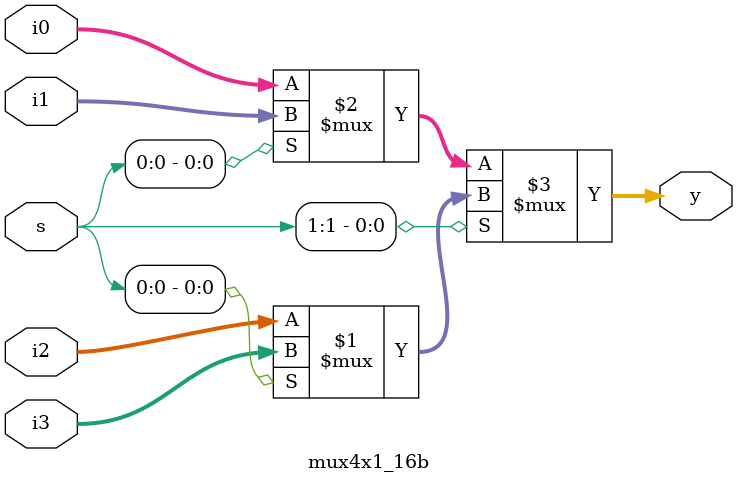
<source format=v>
`timescale 1ns / 1ps


module mux4x1_16b(
    input [15:0] i0,
    input [15:0] i1,
    input [15:0] i2,
    input [15:0] i3,
    input [1:0] s,
    output [15:0] y
    );
assign y = s[1]?(s[0]?i3:i2):(s[0]?i1:i0);   
endmodule

</source>
